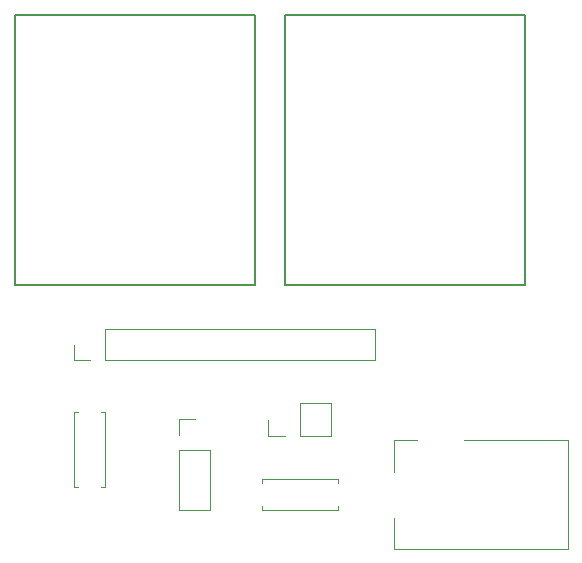
<source format=gbr>
G04 #@! TF.FileFunction,Legend,Top*
%FSLAX46Y46*%
G04 Gerber Fmt 4.6, Leading zero omitted, Abs format (unit mm)*
G04 Created by KiCad (PCBNEW 4.0.4-stable) date Tuesday, March 28, 2017 'PMt' 04:45:14 PM*
%MOMM*%
%LPD*%
G01*
G04 APERTURE LIST*
%ADD10C,0.100000*%
%ADD11C,0.120000*%
%ADD12C,0.150000*%
G04 APERTURE END LIST*
D10*
D11*
X178400000Y-113320000D02*
X178400000Y-112990000D01*
X178400000Y-112990000D02*
X184820000Y-112990000D01*
X184820000Y-112990000D02*
X184820000Y-113320000D01*
X178400000Y-115280000D02*
X178400000Y-115610000D01*
X178400000Y-115610000D02*
X184820000Y-115610000D01*
X184820000Y-115610000D02*
X184820000Y-115280000D01*
X164810000Y-107280000D02*
X165140000Y-107280000D01*
X165140000Y-107280000D02*
X165140000Y-113700000D01*
X165140000Y-113700000D02*
X164810000Y-113700000D01*
X162850000Y-107280000D02*
X162520000Y-107280000D01*
X162520000Y-107280000D02*
X162520000Y-113700000D01*
X162520000Y-113700000D02*
X162850000Y-113700000D01*
X181610000Y-109340000D02*
X184270000Y-109340000D01*
X184270000Y-109340000D02*
X184270000Y-106560000D01*
X184270000Y-106560000D02*
X181610000Y-106560000D01*
X181610000Y-106560000D02*
X181610000Y-109340000D01*
X180340000Y-109340000D02*
X178950000Y-109340000D01*
X178950000Y-109340000D02*
X178950000Y-107950000D01*
D12*
X157480000Y-73660000D02*
X177800000Y-73660000D01*
X177800000Y-73660000D02*
X177800000Y-96520000D01*
X177800000Y-96520000D02*
X157480000Y-96520000D01*
X157480000Y-96520000D02*
X157480000Y-73660000D01*
X180340000Y-73660000D02*
X200660000Y-73660000D01*
X200660000Y-73660000D02*
X200660000Y-96520000D01*
X200660000Y-96520000D02*
X180340000Y-96520000D01*
X180340000Y-96520000D02*
X180340000Y-73660000D01*
D11*
X195500000Y-109700000D02*
X204300000Y-109700000D01*
X204300000Y-109700000D02*
X204300000Y-118900000D01*
X189600000Y-112400000D02*
X189600000Y-109700000D01*
X189600000Y-109700000D02*
X191500000Y-109700000D01*
X204300000Y-118900000D02*
X189600000Y-118900000D01*
X189600000Y-118900000D02*
X189600000Y-116300000D01*
X165100000Y-102930000D02*
X188020000Y-102930000D01*
X188020000Y-102930000D02*
X188020000Y-100270000D01*
X188020000Y-100270000D02*
X165100000Y-100270000D01*
X165100000Y-100270000D02*
X165100000Y-102930000D01*
X163830000Y-102930000D02*
X162500000Y-102930000D01*
X162500000Y-102930000D02*
X162500000Y-101600000D01*
X171390000Y-110490000D02*
X171390000Y-115630000D01*
X171390000Y-115630000D02*
X174050000Y-115630000D01*
X174050000Y-115630000D02*
X174050000Y-110490000D01*
X174050000Y-110490000D02*
X171390000Y-110490000D01*
X171390000Y-109220000D02*
X171390000Y-107890000D01*
X171390000Y-107890000D02*
X172720000Y-107890000D01*
M02*

</source>
